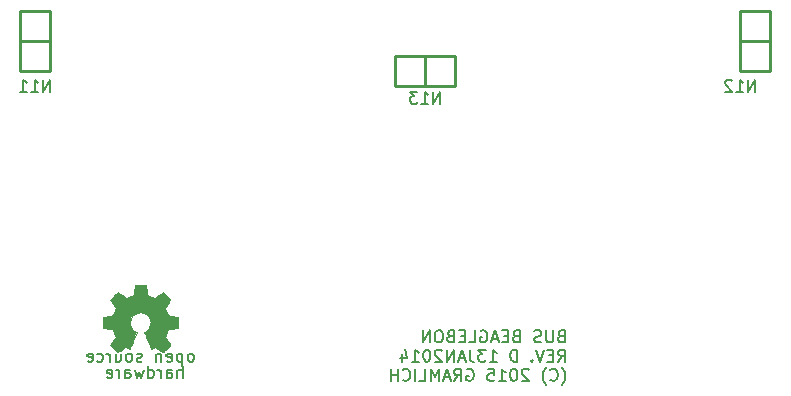
<source format=gbo>
%FSLAX36Y36*%
G04 Gerber Fmt 3.6, Leading zero omitted, Abs format (unit inch)*
G04 Created by KiCad (PCBNEW (2014-jul-16 BZR unknown)-product) date Tue 13 Jan 2015 02:58:16 PM PST*
%MOIN*%
G01*
G04 APERTURE LIST*
%ADD10C,0.003937*%
%ADD11C,0.008000*%
%ADD12C,0.000100*%
%ADD13C,0.010000*%
G04 APERTURE END LIST*
D10*
D11*
X5777143Y-5083143D02*
X5771429Y-5085048D01*
X5769524Y-5086952D01*
X5767619Y-5090762D01*
X5767619Y-5096476D01*
X5769524Y-5100286D01*
X5771429Y-5102190D01*
X5775238Y-5104095D01*
X5790476Y-5104095D01*
X5790476Y-5064095D01*
X5777143Y-5064095D01*
X5773333Y-5066000D01*
X5771429Y-5067905D01*
X5769524Y-5071714D01*
X5769524Y-5075524D01*
X5771429Y-5079333D01*
X5773333Y-5081238D01*
X5777143Y-5083143D01*
X5790476Y-5083143D01*
X5750476Y-5064095D02*
X5750476Y-5096476D01*
X5748571Y-5100286D01*
X5746667Y-5102190D01*
X5742857Y-5104095D01*
X5735238Y-5104095D01*
X5731429Y-5102190D01*
X5729524Y-5100286D01*
X5727619Y-5096476D01*
X5727619Y-5064095D01*
X5710476Y-5102190D02*
X5704762Y-5104095D01*
X5695238Y-5104095D01*
X5691429Y-5102190D01*
X5689524Y-5100286D01*
X5687619Y-5096476D01*
X5687619Y-5092667D01*
X5689524Y-5088857D01*
X5691429Y-5086952D01*
X5695238Y-5085048D01*
X5702857Y-5083143D01*
X5706667Y-5081238D01*
X5708571Y-5079333D01*
X5710476Y-5075524D01*
X5710476Y-5071714D01*
X5708571Y-5067905D01*
X5706667Y-5066000D01*
X5702857Y-5064095D01*
X5693333Y-5064095D01*
X5687619Y-5066000D01*
X5626667Y-5083143D02*
X5620952Y-5085048D01*
X5619048Y-5086952D01*
X5617143Y-5090762D01*
X5617143Y-5096476D01*
X5619048Y-5100286D01*
X5620952Y-5102190D01*
X5624762Y-5104095D01*
X5640000Y-5104095D01*
X5640000Y-5064095D01*
X5626667Y-5064095D01*
X5622857Y-5066000D01*
X5620952Y-5067905D01*
X5619048Y-5071714D01*
X5619048Y-5075524D01*
X5620952Y-5079333D01*
X5622857Y-5081238D01*
X5626667Y-5083143D01*
X5640000Y-5083143D01*
X5600000Y-5083143D02*
X5586667Y-5083143D01*
X5580952Y-5104095D02*
X5600000Y-5104095D01*
X5600000Y-5064095D01*
X5580952Y-5064095D01*
X5565714Y-5092667D02*
X5546667Y-5092667D01*
X5569524Y-5104095D02*
X5556190Y-5064095D01*
X5542857Y-5104095D01*
X5508571Y-5066000D02*
X5512381Y-5064095D01*
X5518095Y-5064095D01*
X5523810Y-5066000D01*
X5527619Y-5069810D01*
X5529524Y-5073619D01*
X5531429Y-5081238D01*
X5531429Y-5086952D01*
X5529524Y-5094571D01*
X5527619Y-5098381D01*
X5523810Y-5102190D01*
X5518095Y-5104095D01*
X5514286Y-5104095D01*
X5508571Y-5102190D01*
X5506667Y-5100286D01*
X5506667Y-5086952D01*
X5514286Y-5086952D01*
X5470476Y-5104095D02*
X5489524Y-5104095D01*
X5489524Y-5064095D01*
X5457143Y-5083143D02*
X5443810Y-5083143D01*
X5438095Y-5104095D02*
X5457143Y-5104095D01*
X5457143Y-5064095D01*
X5438095Y-5064095D01*
X5407619Y-5083143D02*
X5401905Y-5085048D01*
X5400000Y-5086952D01*
X5398095Y-5090762D01*
X5398095Y-5096476D01*
X5400000Y-5100286D01*
X5401905Y-5102190D01*
X5405714Y-5104095D01*
X5420952Y-5104095D01*
X5420952Y-5064095D01*
X5407619Y-5064095D01*
X5403810Y-5066000D01*
X5401905Y-5067905D01*
X5400000Y-5071714D01*
X5400000Y-5075524D01*
X5401905Y-5079333D01*
X5403810Y-5081238D01*
X5407619Y-5083143D01*
X5420952Y-5083143D01*
X5373333Y-5064095D02*
X5365714Y-5064095D01*
X5361905Y-5066000D01*
X5358095Y-5069810D01*
X5356191Y-5077429D01*
X5356191Y-5090762D01*
X5358095Y-5098381D01*
X5361905Y-5102190D01*
X5365714Y-5104095D01*
X5373333Y-5104095D01*
X5377143Y-5102190D01*
X5380952Y-5098381D01*
X5382857Y-5090762D01*
X5382857Y-5077429D01*
X5380952Y-5069810D01*
X5377143Y-5066000D01*
X5373333Y-5064095D01*
X5339048Y-5104095D02*
X5339048Y-5064095D01*
X5316191Y-5104095D01*
X5316191Y-5064095D01*
X5767619Y-5168095D02*
X5780952Y-5149048D01*
X5790476Y-5168095D02*
X5790476Y-5128095D01*
X5775238Y-5128095D01*
X5771429Y-5130000D01*
X5769524Y-5131905D01*
X5767619Y-5135714D01*
X5767619Y-5141429D01*
X5769524Y-5145238D01*
X5771429Y-5147143D01*
X5775238Y-5149048D01*
X5790476Y-5149048D01*
X5750476Y-5147143D02*
X5737143Y-5147143D01*
X5731429Y-5168095D02*
X5750476Y-5168095D01*
X5750476Y-5128095D01*
X5731429Y-5128095D01*
X5720000Y-5128095D02*
X5706667Y-5168095D01*
X5693333Y-5128095D01*
X5680000Y-5164286D02*
X5678095Y-5166190D01*
X5680000Y-5168095D01*
X5681905Y-5166190D01*
X5680000Y-5164286D01*
X5680000Y-5168095D01*
X5630476Y-5168095D02*
X5630476Y-5128095D01*
X5620952Y-5128095D01*
X5615238Y-5130000D01*
X5611429Y-5133810D01*
X5609524Y-5137619D01*
X5607619Y-5145238D01*
X5607619Y-5150952D01*
X5609524Y-5158571D01*
X5611429Y-5162381D01*
X5615238Y-5166190D01*
X5620952Y-5168095D01*
X5630476Y-5168095D01*
X5539048Y-5168095D02*
X5561905Y-5168095D01*
X5550476Y-5168095D02*
X5550476Y-5128095D01*
X5554286Y-5133810D01*
X5558095Y-5137619D01*
X5561905Y-5139524D01*
X5525714Y-5128095D02*
X5500952Y-5128095D01*
X5514286Y-5143333D01*
X5508571Y-5143333D01*
X5504762Y-5145238D01*
X5502857Y-5147143D01*
X5500952Y-5150952D01*
X5500952Y-5160476D01*
X5502857Y-5164286D01*
X5504762Y-5166190D01*
X5508571Y-5168095D01*
X5520000Y-5168095D01*
X5523810Y-5166190D01*
X5525714Y-5164286D01*
X5472381Y-5128095D02*
X5472381Y-5156667D01*
X5474286Y-5162381D01*
X5478095Y-5166190D01*
X5483810Y-5168095D01*
X5487619Y-5168095D01*
X5455238Y-5156667D02*
X5436191Y-5156667D01*
X5459048Y-5168095D02*
X5445714Y-5128095D01*
X5432381Y-5168095D01*
X5419048Y-5168095D02*
X5419048Y-5128095D01*
X5396191Y-5168095D01*
X5396191Y-5128095D01*
X5379048Y-5131905D02*
X5377143Y-5130000D01*
X5373333Y-5128095D01*
X5363810Y-5128095D01*
X5360000Y-5130000D01*
X5358095Y-5131905D01*
X5356191Y-5135714D01*
X5356191Y-5139524D01*
X5358095Y-5145238D01*
X5380952Y-5168095D01*
X5356191Y-5168095D01*
X5331429Y-5128095D02*
X5327619Y-5128095D01*
X5323810Y-5130000D01*
X5321905Y-5131905D01*
X5320000Y-5135714D01*
X5318095Y-5143333D01*
X5318095Y-5152857D01*
X5320000Y-5160476D01*
X5321905Y-5164286D01*
X5323810Y-5166190D01*
X5327619Y-5168095D01*
X5331429Y-5168095D01*
X5335238Y-5166190D01*
X5337143Y-5164286D01*
X5339048Y-5160476D01*
X5340952Y-5152857D01*
X5340952Y-5143333D01*
X5339048Y-5135714D01*
X5337143Y-5131905D01*
X5335238Y-5130000D01*
X5331429Y-5128095D01*
X5280000Y-5168095D02*
X5302857Y-5168095D01*
X5291429Y-5168095D02*
X5291429Y-5128095D01*
X5295238Y-5133810D01*
X5299048Y-5137619D01*
X5302857Y-5139524D01*
X5245714Y-5141429D02*
X5245714Y-5168095D01*
X5255238Y-5126190D02*
X5264762Y-5154762D01*
X5240000Y-5154762D01*
X5779048Y-5247333D02*
X5780952Y-5245429D01*
X5784762Y-5239714D01*
X5786667Y-5235905D01*
X5788571Y-5230190D01*
X5790476Y-5220667D01*
X5790476Y-5213048D01*
X5788571Y-5203524D01*
X5786667Y-5197810D01*
X5784762Y-5194000D01*
X5780952Y-5188286D01*
X5779048Y-5186381D01*
X5740952Y-5228286D02*
X5742857Y-5230190D01*
X5748571Y-5232095D01*
X5752381Y-5232095D01*
X5758095Y-5230190D01*
X5761905Y-5226381D01*
X5763810Y-5222571D01*
X5765714Y-5214952D01*
X5765714Y-5209238D01*
X5763810Y-5201619D01*
X5761905Y-5197810D01*
X5758095Y-5194000D01*
X5752381Y-5192095D01*
X5748571Y-5192095D01*
X5742857Y-5194000D01*
X5740952Y-5195905D01*
X5727619Y-5247333D02*
X5725714Y-5245429D01*
X5721905Y-5239714D01*
X5720000Y-5235905D01*
X5718095Y-5230190D01*
X5716190Y-5220667D01*
X5716190Y-5213048D01*
X5718095Y-5203524D01*
X5720000Y-5197810D01*
X5721905Y-5194000D01*
X5725714Y-5188286D01*
X5727619Y-5186381D01*
X5668571Y-5195905D02*
X5666667Y-5194000D01*
X5662857Y-5192095D01*
X5653333Y-5192095D01*
X5649524Y-5194000D01*
X5647619Y-5195905D01*
X5645714Y-5199714D01*
X5645714Y-5203524D01*
X5647619Y-5209238D01*
X5670476Y-5232095D01*
X5645714Y-5232095D01*
X5620952Y-5192095D02*
X5617143Y-5192095D01*
X5613333Y-5194000D01*
X5611429Y-5195905D01*
X5609524Y-5199714D01*
X5607619Y-5207333D01*
X5607619Y-5216857D01*
X5609524Y-5224476D01*
X5611429Y-5228286D01*
X5613333Y-5230190D01*
X5617143Y-5232095D01*
X5620952Y-5232095D01*
X5624762Y-5230190D01*
X5626667Y-5228286D01*
X5628571Y-5224476D01*
X5630476Y-5216857D01*
X5630476Y-5207333D01*
X5628571Y-5199714D01*
X5626667Y-5195905D01*
X5624762Y-5194000D01*
X5620952Y-5192095D01*
X5569524Y-5232095D02*
X5592381Y-5232095D01*
X5580952Y-5232095D02*
X5580952Y-5192095D01*
X5584762Y-5197810D01*
X5588571Y-5201619D01*
X5592381Y-5203524D01*
X5533333Y-5192095D02*
X5552381Y-5192095D01*
X5554286Y-5211143D01*
X5552381Y-5209238D01*
X5548571Y-5207333D01*
X5539048Y-5207333D01*
X5535238Y-5209238D01*
X5533333Y-5211143D01*
X5531429Y-5214952D01*
X5531429Y-5224476D01*
X5533333Y-5228286D01*
X5535238Y-5230190D01*
X5539048Y-5232095D01*
X5548571Y-5232095D01*
X5552381Y-5230190D01*
X5554286Y-5228286D01*
X5462857Y-5194000D02*
X5466667Y-5192095D01*
X5472381Y-5192095D01*
X5478095Y-5194000D01*
X5481905Y-5197810D01*
X5483810Y-5201619D01*
X5485714Y-5209238D01*
X5485714Y-5214952D01*
X5483810Y-5222571D01*
X5481905Y-5226381D01*
X5478095Y-5230190D01*
X5472381Y-5232095D01*
X5468571Y-5232095D01*
X5462857Y-5230190D01*
X5460952Y-5228286D01*
X5460952Y-5214952D01*
X5468571Y-5214952D01*
X5420952Y-5232095D02*
X5434286Y-5213048D01*
X5443810Y-5232095D02*
X5443810Y-5192095D01*
X5428571Y-5192095D01*
X5424762Y-5194000D01*
X5422857Y-5195905D01*
X5420952Y-5199714D01*
X5420952Y-5205429D01*
X5422857Y-5209238D01*
X5424762Y-5211143D01*
X5428571Y-5213048D01*
X5443810Y-5213048D01*
X5405714Y-5220667D02*
X5386667Y-5220667D01*
X5409524Y-5232095D02*
X5396191Y-5192095D01*
X5382857Y-5232095D01*
X5369524Y-5232095D02*
X5369524Y-5192095D01*
X5356191Y-5220667D01*
X5342857Y-5192095D01*
X5342857Y-5232095D01*
X5304762Y-5232095D02*
X5323810Y-5232095D01*
X5323810Y-5192095D01*
X5291429Y-5232095D02*
X5291429Y-5192095D01*
X5249524Y-5228286D02*
X5251429Y-5230190D01*
X5257143Y-5232095D01*
X5260952Y-5232095D01*
X5266667Y-5230190D01*
X5270476Y-5226381D01*
X5272381Y-5222571D01*
X5274286Y-5214952D01*
X5274286Y-5209238D01*
X5272381Y-5201619D01*
X5270476Y-5197810D01*
X5266667Y-5194000D01*
X5260952Y-5192095D01*
X5257143Y-5192095D01*
X5251429Y-5194000D01*
X5249524Y-5195905D01*
X5232381Y-5232095D02*
X5232381Y-5192095D01*
X5232381Y-5211143D02*
X5209524Y-5211143D01*
X5209524Y-5232095D02*
X5209524Y-5192095D01*
X4515314Y-5221895D02*
X4515314Y-5181895D01*
X4498171Y-5221895D02*
X4498171Y-5200943D01*
X4500076Y-5197133D01*
X4503886Y-5195229D01*
X4509600Y-5195229D01*
X4513409Y-5197133D01*
X4515314Y-5199038D01*
X4461981Y-5221895D02*
X4461981Y-5200943D01*
X4463886Y-5197133D01*
X4467695Y-5195229D01*
X4475314Y-5195229D01*
X4479124Y-5197133D01*
X4461981Y-5219990D02*
X4465790Y-5221895D01*
X4475314Y-5221895D01*
X4479124Y-5219990D01*
X4481029Y-5216181D01*
X4481029Y-5212371D01*
X4479124Y-5208562D01*
X4475314Y-5206657D01*
X4465790Y-5206657D01*
X4461981Y-5204752D01*
X4442933Y-5221895D02*
X4442933Y-5195229D01*
X4442933Y-5202848D02*
X4441029Y-5199038D01*
X4439124Y-5197133D01*
X4435314Y-5195229D01*
X4431505Y-5195229D01*
X4401029Y-5221895D02*
X4401029Y-5181895D01*
X4401029Y-5219990D02*
X4404838Y-5221895D01*
X4412457Y-5221895D01*
X4416267Y-5219990D01*
X4418171Y-5218086D01*
X4420076Y-5214276D01*
X4420076Y-5202848D01*
X4418171Y-5199038D01*
X4416267Y-5197133D01*
X4412457Y-5195229D01*
X4404838Y-5195229D01*
X4401029Y-5197133D01*
X4385790Y-5195229D02*
X4378171Y-5221895D01*
X4370552Y-5202848D01*
X4362933Y-5221895D01*
X4355314Y-5195229D01*
X4322933Y-5221895D02*
X4322933Y-5200943D01*
X4324838Y-5197133D01*
X4328648Y-5195229D01*
X4336267Y-5195229D01*
X4340076Y-5197133D01*
X4322933Y-5219990D02*
X4326743Y-5221895D01*
X4336267Y-5221895D01*
X4340076Y-5219990D01*
X4341981Y-5216181D01*
X4341981Y-5212371D01*
X4340076Y-5208562D01*
X4336267Y-5206657D01*
X4326743Y-5206657D01*
X4322933Y-5204752D01*
X4303886Y-5221895D02*
X4303886Y-5195229D01*
X4303886Y-5202848D02*
X4301981Y-5199038D01*
X4300076Y-5197133D01*
X4296267Y-5195229D01*
X4292457Y-5195229D01*
X4263886Y-5219990D02*
X4267695Y-5221895D01*
X4275314Y-5221895D01*
X4279124Y-5219990D01*
X4281029Y-5216181D01*
X4281029Y-5200943D01*
X4279124Y-5197133D01*
X4275314Y-5195229D01*
X4267695Y-5195229D01*
X4263886Y-5197133D01*
X4261981Y-5200943D01*
X4261981Y-5204752D01*
X4281029Y-5208562D01*
X4545476Y-5168095D02*
X4549286Y-5166190D01*
X4551190Y-5164286D01*
X4553095Y-5160476D01*
X4553095Y-5149048D01*
X4551190Y-5145238D01*
X4549286Y-5143333D01*
X4545476Y-5141429D01*
X4539762Y-5141429D01*
X4535952Y-5143333D01*
X4534048Y-5145238D01*
X4532143Y-5149048D01*
X4532143Y-5160476D01*
X4534048Y-5164286D01*
X4535952Y-5166190D01*
X4539762Y-5168095D01*
X4545476Y-5168095D01*
X4515000Y-5141429D02*
X4515000Y-5181429D01*
X4515000Y-5143333D02*
X4511190Y-5141429D01*
X4503571Y-5141429D01*
X4499762Y-5143333D01*
X4497857Y-5145238D01*
X4495952Y-5149048D01*
X4495952Y-5160476D01*
X4497857Y-5164286D01*
X4499762Y-5166190D01*
X4503571Y-5168095D01*
X4511190Y-5168095D01*
X4515000Y-5166190D01*
X4463571Y-5166190D02*
X4467381Y-5168095D01*
X4475000Y-5168095D01*
X4478809Y-5166190D01*
X4480714Y-5162381D01*
X4480714Y-5147143D01*
X4478809Y-5143333D01*
X4475000Y-5141429D01*
X4467381Y-5141429D01*
X4463571Y-5143333D01*
X4461667Y-5147143D01*
X4461667Y-5150952D01*
X4480714Y-5154762D01*
X4444524Y-5141429D02*
X4444524Y-5168095D01*
X4444524Y-5145238D02*
X4442619Y-5143333D01*
X4438809Y-5141429D01*
X4433095Y-5141429D01*
X4429286Y-5143333D01*
X4427381Y-5147143D01*
X4427381Y-5168095D01*
X4379762Y-5166190D02*
X4375952Y-5168095D01*
X4368333Y-5168095D01*
X4364524Y-5166190D01*
X4362619Y-5162381D01*
X4362619Y-5160476D01*
X4364524Y-5156667D01*
X4368333Y-5154762D01*
X4374048Y-5154762D01*
X4377857Y-5152857D01*
X4379762Y-5149048D01*
X4379762Y-5147143D01*
X4377857Y-5143333D01*
X4374048Y-5141429D01*
X4368333Y-5141429D01*
X4364524Y-5143333D01*
X4339762Y-5168095D02*
X4343571Y-5166190D01*
X4345476Y-5164286D01*
X4347381Y-5160476D01*
X4347381Y-5149048D01*
X4345476Y-5145238D01*
X4343571Y-5143333D01*
X4339762Y-5141429D01*
X4334048Y-5141429D01*
X4330238Y-5143333D01*
X4328333Y-5145238D01*
X4326429Y-5149048D01*
X4326429Y-5160476D01*
X4328333Y-5164286D01*
X4330238Y-5166190D01*
X4334048Y-5168095D01*
X4339762Y-5168095D01*
X4292143Y-5141429D02*
X4292143Y-5168095D01*
X4309286Y-5141429D02*
X4309286Y-5162381D01*
X4307381Y-5166190D01*
X4303571Y-5168095D01*
X4297857Y-5168095D01*
X4294048Y-5166190D01*
X4292143Y-5164286D01*
X4273095Y-5168095D02*
X4273095Y-5141429D01*
X4273095Y-5149048D02*
X4271190Y-5145238D01*
X4269286Y-5143333D01*
X4265476Y-5141429D01*
X4261667Y-5141429D01*
X4231191Y-5166190D02*
X4235000Y-5168095D01*
X4242619Y-5168095D01*
X4246429Y-5166190D01*
X4248333Y-5164286D01*
X4250238Y-5160476D01*
X4250238Y-5149048D01*
X4248333Y-5145238D01*
X4246429Y-5143333D01*
X4242619Y-5141429D01*
X4235000Y-5141429D01*
X4231191Y-5143333D01*
X4198810Y-5166190D02*
X4202619Y-5168095D01*
X4210238Y-5168095D01*
X4214048Y-5166190D01*
X4215952Y-5162381D01*
X4215952Y-5147143D01*
X4214048Y-5143333D01*
X4210238Y-5141429D01*
X4202619Y-5141429D01*
X4198810Y-5143333D01*
X4196905Y-5147143D01*
X4196905Y-5150952D01*
X4215952Y-5154762D01*
D12*
G36*
X4450800Y-5137300D02*
X4449400Y-5136600D01*
X4446500Y-5134700D01*
X4442300Y-5132000D01*
X4437400Y-5128700D01*
X4432500Y-5125300D01*
X4428400Y-5122600D01*
X4425500Y-5120800D01*
X4424300Y-5120100D01*
X4423700Y-5120400D01*
X4421300Y-5121500D01*
X4417900Y-5123300D01*
X4416000Y-5124300D01*
X4412800Y-5125700D01*
X4411300Y-5125900D01*
X4411000Y-5125500D01*
X4409900Y-5123100D01*
X4408100Y-5119000D01*
X4405700Y-5113600D01*
X4403000Y-5107200D01*
X4400100Y-5100400D01*
X4397200Y-5093400D01*
X4394400Y-5086800D01*
X4392000Y-5080800D01*
X4390000Y-5075900D01*
X4388700Y-5072500D01*
X4388300Y-5071100D01*
X4388400Y-5070800D01*
X4390000Y-5069200D01*
X4392700Y-5067200D01*
X4398600Y-5062400D01*
X4404500Y-5055100D01*
X4408000Y-5046800D01*
X4409200Y-5037600D01*
X4408200Y-5029100D01*
X4404800Y-5020900D01*
X4399100Y-5013600D01*
X4392200Y-5008100D01*
X4384100Y-5004600D01*
X4375000Y-5003500D01*
X4366300Y-5004500D01*
X4357900Y-5007800D01*
X4350600Y-5013400D01*
X4347500Y-5017000D01*
X4343200Y-5024500D01*
X4340700Y-5032400D01*
X4340500Y-5034500D01*
X4340800Y-5043200D01*
X4343400Y-5051600D01*
X4348100Y-5059200D01*
X4354500Y-5065300D01*
X4355300Y-5065900D01*
X4358300Y-5068100D01*
X4360300Y-5069700D01*
X4361800Y-5071000D01*
X4350700Y-5097900D01*
X4348900Y-5102200D01*
X4345800Y-5109500D01*
X4343100Y-5115800D01*
X4341000Y-5120900D01*
X4339500Y-5124300D01*
X4338800Y-5125600D01*
X4338700Y-5125700D01*
X4337800Y-5125900D01*
X4335700Y-5125100D01*
X4332000Y-5123300D01*
X4329500Y-5122000D01*
X4326600Y-5120600D01*
X4325300Y-5120100D01*
X4324200Y-5120700D01*
X4321500Y-5122500D01*
X4317500Y-5125200D01*
X4312700Y-5128400D01*
X4308100Y-5131600D01*
X4303900Y-5134300D01*
X4300800Y-5136300D01*
X4299300Y-5137100D01*
X4299100Y-5137100D01*
X4297700Y-5136400D01*
X4295300Y-5134300D01*
X4291700Y-5130900D01*
X4286500Y-5125800D01*
X4285700Y-5125000D01*
X4281400Y-5120600D01*
X4278000Y-5117000D01*
X4275600Y-5114400D01*
X4274800Y-5113200D01*
X4274800Y-5113200D01*
X4275600Y-5111800D01*
X4277500Y-5108700D01*
X4280300Y-5104400D01*
X4283700Y-5099400D01*
X4292600Y-5086500D01*
X4287700Y-5074300D01*
X4286200Y-5070500D01*
X4284300Y-5066000D01*
X4282900Y-5062800D01*
X4282200Y-5061300D01*
X4280800Y-5060900D01*
X4277500Y-5060100D01*
X4272700Y-5059100D01*
X4266900Y-5058000D01*
X4261400Y-5057000D01*
X4256400Y-5056000D01*
X4252800Y-5055300D01*
X4251200Y-5055000D01*
X4250800Y-5054800D01*
X4250500Y-5054000D01*
X4250200Y-5052300D01*
X4250100Y-5049300D01*
X4250100Y-5044500D01*
X4250100Y-5037600D01*
X4250100Y-5036900D01*
X4250100Y-5030300D01*
X4250200Y-5025100D01*
X4250400Y-5021700D01*
X4250600Y-5020300D01*
X4250700Y-5020300D01*
X4252200Y-5019900D01*
X4255700Y-5019200D01*
X4260700Y-5018200D01*
X4266600Y-5017100D01*
X4267000Y-5017000D01*
X4272900Y-5015900D01*
X4277900Y-5014800D01*
X4281300Y-5014000D01*
X4282800Y-5013600D01*
X4283100Y-5013200D01*
X4284300Y-5010900D01*
X4286000Y-5007200D01*
X4288000Y-5002700D01*
X4289900Y-4998100D01*
X4291600Y-4993900D01*
X4292700Y-4990800D01*
X4293000Y-4989400D01*
X4293000Y-4989300D01*
X4292100Y-4987900D01*
X4290100Y-4984900D01*
X4287200Y-4980600D01*
X4283800Y-4975600D01*
X4283500Y-4975200D01*
X4280100Y-4970200D01*
X4277300Y-4966000D01*
X4275500Y-4963000D01*
X4274800Y-4961600D01*
X4274800Y-4961500D01*
X4275900Y-4960000D01*
X4278500Y-4957200D01*
X4282100Y-4953400D01*
X4286500Y-4949000D01*
X4287900Y-4947600D01*
X4292800Y-4942900D01*
X4296100Y-4939700D01*
X4298200Y-4938100D01*
X4299200Y-4937700D01*
X4299300Y-4937800D01*
X4300800Y-4938700D01*
X4303900Y-4940700D01*
X4308200Y-4943600D01*
X4313300Y-4947100D01*
X4313700Y-4947300D01*
X4318600Y-4950700D01*
X4322800Y-4953500D01*
X4325800Y-4955500D01*
X4327100Y-4956300D01*
X4327300Y-4956300D01*
X4329300Y-4955700D01*
X4332900Y-4954400D01*
X4337200Y-4952700D01*
X4341900Y-4950900D01*
X4346100Y-4949100D01*
X4349200Y-4947600D01*
X4350700Y-4946800D01*
X4350700Y-4946700D01*
X4351300Y-4944900D01*
X4352100Y-4941200D01*
X4353200Y-4936100D01*
X4354400Y-4929900D01*
X4354500Y-4929000D01*
X4355700Y-4923000D01*
X4356600Y-4918100D01*
X4357300Y-4914700D01*
X4357700Y-4913300D01*
X4358500Y-4913100D01*
X4361400Y-4912900D01*
X4365900Y-4912800D01*
X4371200Y-4912700D01*
X4376900Y-4912700D01*
X4382400Y-4912900D01*
X4387100Y-4913000D01*
X4390500Y-4913300D01*
X4391900Y-4913500D01*
X4391900Y-4913600D01*
X4392500Y-4915500D01*
X4393300Y-4919200D01*
X4394300Y-4924400D01*
X4395500Y-4930500D01*
X4395700Y-4931600D01*
X4396800Y-4937500D01*
X4397800Y-4942400D01*
X4398600Y-4945800D01*
X4398900Y-4947100D01*
X4399500Y-4947400D01*
X4401900Y-4948400D01*
X4405900Y-4950100D01*
X4410800Y-4952100D01*
X4422300Y-4956700D01*
X4436300Y-4947100D01*
X4437600Y-4946200D01*
X4442600Y-4942800D01*
X4446800Y-4940000D01*
X4449700Y-4938200D01*
X4450900Y-4937500D01*
X4451000Y-4937500D01*
X4452400Y-4938800D01*
X4455100Y-4941400D01*
X4458900Y-4945100D01*
X4463400Y-4949500D01*
X4466600Y-4952700D01*
X4470500Y-4956700D01*
X4472900Y-4959300D01*
X4474300Y-4961000D01*
X4474800Y-4962000D01*
X4474600Y-4962700D01*
X4473700Y-4964200D01*
X4471700Y-4967200D01*
X4468800Y-4971500D01*
X4465400Y-4976500D01*
X4462600Y-4980600D01*
X4459500Y-4985300D01*
X4457500Y-4988700D01*
X4456800Y-4990300D01*
X4457000Y-4991000D01*
X4458000Y-4993800D01*
X4459700Y-4997900D01*
X4461800Y-5002900D01*
X4466600Y-5014000D01*
X4473900Y-5015400D01*
X4478300Y-5016200D01*
X4484500Y-5017400D01*
X4490400Y-5018500D01*
X4499600Y-5020300D01*
X4500000Y-5054200D01*
X4498500Y-5054800D01*
X4497200Y-5055100D01*
X4493800Y-5055900D01*
X4488900Y-5056900D01*
X4483100Y-5057900D01*
X4478200Y-5058900D01*
X4473300Y-5059800D01*
X4469700Y-5060500D01*
X4468200Y-5060800D01*
X4467800Y-5061300D01*
X4466500Y-5063700D01*
X4464800Y-5067500D01*
X4462800Y-5072100D01*
X4460800Y-5076900D01*
X4459100Y-5081200D01*
X4457900Y-5084600D01*
X4457400Y-5086300D01*
X4458100Y-5087600D01*
X4460000Y-5090500D01*
X4462700Y-5094600D01*
X4466100Y-5099500D01*
X4469400Y-5104400D01*
X4472200Y-5108600D01*
X4474200Y-5111700D01*
X4475000Y-5113000D01*
X4474600Y-5114000D01*
X4472700Y-5116300D01*
X4469000Y-5120200D01*
X4463500Y-5125600D01*
X4462600Y-5126500D01*
X4458200Y-5130700D01*
X4454500Y-5134100D01*
X4451900Y-5136400D01*
X4450800Y-5137300D01*
X4450800Y-5137300D01*
G37*
X4450800Y-5137300D02*
X4449400Y-5136600D01*
X4446500Y-5134700D01*
X4442300Y-5132000D01*
X4437400Y-5128700D01*
X4432500Y-5125300D01*
X4428400Y-5122600D01*
X4425500Y-5120800D01*
X4424300Y-5120100D01*
X4423700Y-5120400D01*
X4421300Y-5121500D01*
X4417900Y-5123300D01*
X4416000Y-5124300D01*
X4412800Y-5125700D01*
X4411300Y-5125900D01*
X4411000Y-5125500D01*
X4409900Y-5123100D01*
X4408100Y-5119000D01*
X4405700Y-5113600D01*
X4403000Y-5107200D01*
X4400100Y-5100400D01*
X4397200Y-5093400D01*
X4394400Y-5086800D01*
X4392000Y-5080800D01*
X4390000Y-5075900D01*
X4388700Y-5072500D01*
X4388300Y-5071100D01*
X4388400Y-5070800D01*
X4390000Y-5069200D01*
X4392700Y-5067200D01*
X4398600Y-5062400D01*
X4404500Y-5055100D01*
X4408000Y-5046800D01*
X4409200Y-5037600D01*
X4408200Y-5029100D01*
X4404800Y-5020900D01*
X4399100Y-5013600D01*
X4392200Y-5008100D01*
X4384100Y-5004600D01*
X4375000Y-5003500D01*
X4366300Y-5004500D01*
X4357900Y-5007800D01*
X4350600Y-5013400D01*
X4347500Y-5017000D01*
X4343200Y-5024500D01*
X4340700Y-5032400D01*
X4340500Y-5034500D01*
X4340800Y-5043200D01*
X4343400Y-5051600D01*
X4348100Y-5059200D01*
X4354500Y-5065300D01*
X4355300Y-5065900D01*
X4358300Y-5068100D01*
X4360300Y-5069700D01*
X4361800Y-5071000D01*
X4350700Y-5097900D01*
X4348900Y-5102200D01*
X4345800Y-5109500D01*
X4343100Y-5115800D01*
X4341000Y-5120900D01*
X4339500Y-5124300D01*
X4338800Y-5125600D01*
X4338700Y-5125700D01*
X4337800Y-5125900D01*
X4335700Y-5125100D01*
X4332000Y-5123300D01*
X4329500Y-5122000D01*
X4326600Y-5120600D01*
X4325300Y-5120100D01*
X4324200Y-5120700D01*
X4321500Y-5122500D01*
X4317500Y-5125200D01*
X4312700Y-5128400D01*
X4308100Y-5131600D01*
X4303900Y-5134300D01*
X4300800Y-5136300D01*
X4299300Y-5137100D01*
X4299100Y-5137100D01*
X4297700Y-5136400D01*
X4295300Y-5134300D01*
X4291700Y-5130900D01*
X4286500Y-5125800D01*
X4285700Y-5125000D01*
X4281400Y-5120600D01*
X4278000Y-5117000D01*
X4275600Y-5114400D01*
X4274800Y-5113200D01*
X4274800Y-5113200D01*
X4275600Y-5111800D01*
X4277500Y-5108700D01*
X4280300Y-5104400D01*
X4283700Y-5099400D01*
X4292600Y-5086500D01*
X4287700Y-5074300D01*
X4286200Y-5070500D01*
X4284300Y-5066000D01*
X4282900Y-5062800D01*
X4282200Y-5061300D01*
X4280800Y-5060900D01*
X4277500Y-5060100D01*
X4272700Y-5059100D01*
X4266900Y-5058000D01*
X4261400Y-5057000D01*
X4256400Y-5056000D01*
X4252800Y-5055300D01*
X4251200Y-5055000D01*
X4250800Y-5054800D01*
X4250500Y-5054000D01*
X4250200Y-5052300D01*
X4250100Y-5049300D01*
X4250100Y-5044500D01*
X4250100Y-5037600D01*
X4250100Y-5036900D01*
X4250100Y-5030300D01*
X4250200Y-5025100D01*
X4250400Y-5021700D01*
X4250600Y-5020300D01*
X4250700Y-5020300D01*
X4252200Y-5019900D01*
X4255700Y-5019200D01*
X4260700Y-5018200D01*
X4266600Y-5017100D01*
X4267000Y-5017000D01*
X4272900Y-5015900D01*
X4277900Y-5014800D01*
X4281300Y-5014000D01*
X4282800Y-5013600D01*
X4283100Y-5013200D01*
X4284300Y-5010900D01*
X4286000Y-5007200D01*
X4288000Y-5002700D01*
X4289900Y-4998100D01*
X4291600Y-4993900D01*
X4292700Y-4990800D01*
X4293000Y-4989400D01*
X4293000Y-4989300D01*
X4292100Y-4987900D01*
X4290100Y-4984900D01*
X4287200Y-4980600D01*
X4283800Y-4975600D01*
X4283500Y-4975200D01*
X4280100Y-4970200D01*
X4277300Y-4966000D01*
X4275500Y-4963000D01*
X4274800Y-4961600D01*
X4274800Y-4961500D01*
X4275900Y-4960000D01*
X4278500Y-4957200D01*
X4282100Y-4953400D01*
X4286500Y-4949000D01*
X4287900Y-4947600D01*
X4292800Y-4942900D01*
X4296100Y-4939700D01*
X4298200Y-4938100D01*
X4299200Y-4937700D01*
X4299300Y-4937800D01*
X4300800Y-4938700D01*
X4303900Y-4940700D01*
X4308200Y-4943600D01*
X4313300Y-4947100D01*
X4313700Y-4947300D01*
X4318600Y-4950700D01*
X4322800Y-4953500D01*
X4325800Y-4955500D01*
X4327100Y-4956300D01*
X4327300Y-4956300D01*
X4329300Y-4955700D01*
X4332900Y-4954400D01*
X4337200Y-4952700D01*
X4341900Y-4950900D01*
X4346100Y-4949100D01*
X4349200Y-4947600D01*
X4350700Y-4946800D01*
X4350700Y-4946700D01*
X4351300Y-4944900D01*
X4352100Y-4941200D01*
X4353200Y-4936100D01*
X4354400Y-4929900D01*
X4354500Y-4929000D01*
X4355700Y-4923000D01*
X4356600Y-4918100D01*
X4357300Y-4914700D01*
X4357700Y-4913300D01*
X4358500Y-4913100D01*
X4361400Y-4912900D01*
X4365900Y-4912800D01*
X4371200Y-4912700D01*
X4376900Y-4912700D01*
X4382400Y-4912900D01*
X4387100Y-4913000D01*
X4390500Y-4913300D01*
X4391900Y-4913500D01*
X4391900Y-4913600D01*
X4392500Y-4915500D01*
X4393300Y-4919200D01*
X4394300Y-4924400D01*
X4395500Y-4930500D01*
X4395700Y-4931600D01*
X4396800Y-4937500D01*
X4397800Y-4942400D01*
X4398600Y-4945800D01*
X4398900Y-4947100D01*
X4399500Y-4947400D01*
X4401900Y-4948400D01*
X4405900Y-4950100D01*
X4410800Y-4952100D01*
X4422300Y-4956700D01*
X4436300Y-4947100D01*
X4437600Y-4946200D01*
X4442600Y-4942800D01*
X4446800Y-4940000D01*
X4449700Y-4938200D01*
X4450900Y-4937500D01*
X4451000Y-4937500D01*
X4452400Y-4938800D01*
X4455100Y-4941400D01*
X4458900Y-4945100D01*
X4463400Y-4949500D01*
X4466600Y-4952700D01*
X4470500Y-4956700D01*
X4472900Y-4959300D01*
X4474300Y-4961000D01*
X4474800Y-4962000D01*
X4474600Y-4962700D01*
X4473700Y-4964200D01*
X4471700Y-4967200D01*
X4468800Y-4971500D01*
X4465400Y-4976500D01*
X4462600Y-4980600D01*
X4459500Y-4985300D01*
X4457500Y-4988700D01*
X4456800Y-4990300D01*
X4457000Y-4991000D01*
X4458000Y-4993800D01*
X4459700Y-4997900D01*
X4461800Y-5002900D01*
X4466600Y-5014000D01*
X4473900Y-5015400D01*
X4478300Y-5016200D01*
X4484500Y-5017400D01*
X4490400Y-5018500D01*
X4499600Y-5020300D01*
X4500000Y-5054200D01*
X4498500Y-5054800D01*
X4497200Y-5055100D01*
X4493800Y-5055900D01*
X4488900Y-5056900D01*
X4483100Y-5057900D01*
X4478200Y-5058900D01*
X4473300Y-5059800D01*
X4469700Y-5060500D01*
X4468200Y-5060800D01*
X4467800Y-5061300D01*
X4466500Y-5063700D01*
X4464800Y-5067500D01*
X4462800Y-5072100D01*
X4460800Y-5076900D01*
X4459100Y-5081200D01*
X4457900Y-5084600D01*
X4457400Y-5086300D01*
X4458100Y-5087600D01*
X4460000Y-5090500D01*
X4462700Y-5094600D01*
X4466100Y-5099500D01*
X4469400Y-5104400D01*
X4472200Y-5108600D01*
X4474200Y-5111700D01*
X4475000Y-5113000D01*
X4474600Y-5114000D01*
X4472700Y-5116300D01*
X4469000Y-5120200D01*
X4463500Y-5125600D01*
X4462600Y-5126500D01*
X4458200Y-5130700D01*
X4454500Y-5134100D01*
X4451900Y-5136400D01*
X4450800Y-5137300D01*
D13*
X4075000Y-4100000D02*
X3975000Y-4100000D01*
X4075000Y-4200000D02*
X3975000Y-4200000D01*
X3975000Y-4200000D02*
X3975000Y-4100000D01*
X3975000Y-4100000D02*
X3975000Y-4000000D01*
X3975000Y-4000000D02*
X4075000Y-4000000D01*
X4075000Y-4000000D02*
X4075000Y-4200000D01*
X6475000Y-4100000D02*
X6375000Y-4100000D01*
X6475000Y-4200000D02*
X6375000Y-4200000D01*
X6375000Y-4200000D02*
X6375000Y-4100000D01*
X6375000Y-4100000D02*
X6375000Y-4000000D01*
X6375000Y-4000000D02*
X6475000Y-4000000D01*
X6475000Y-4000000D02*
X6475000Y-4200000D01*
X5325000Y-4250000D02*
X5325000Y-4150000D01*
X5225000Y-4250000D02*
X5225000Y-4150000D01*
X5225000Y-4150000D02*
X5325000Y-4150000D01*
X5325000Y-4150000D02*
X5425000Y-4150000D01*
X5425000Y-4150000D02*
X5425000Y-4250000D01*
X5425000Y-4250000D02*
X5225000Y-4250000D01*
D11*
X4074524Y-4268095D02*
X4074524Y-4228095D01*
X4051667Y-4268095D01*
X4051667Y-4228095D01*
X4011667Y-4268095D02*
X4034524Y-4268095D01*
X4023095Y-4268095D02*
X4023095Y-4228095D01*
X4026905Y-4233810D01*
X4030714Y-4237619D01*
X4034524Y-4239524D01*
X3973571Y-4268095D02*
X3996429Y-4268095D01*
X3985000Y-4268095D02*
X3985000Y-4228095D01*
X3988809Y-4233810D01*
X3992619Y-4237619D01*
X3996429Y-4239524D01*
X6424524Y-4268095D02*
X6424524Y-4228095D01*
X6401667Y-4268095D01*
X6401667Y-4228095D01*
X6361667Y-4268095D02*
X6384524Y-4268095D01*
X6373095Y-4268095D02*
X6373095Y-4228095D01*
X6376905Y-4233810D01*
X6380714Y-4237619D01*
X6384524Y-4239524D01*
X6346429Y-4231905D02*
X6344524Y-4230000D01*
X6340714Y-4228095D01*
X6331190Y-4228095D01*
X6327381Y-4230000D01*
X6325476Y-4231905D01*
X6323571Y-4235714D01*
X6323571Y-4239524D01*
X6325476Y-4245238D01*
X6348333Y-4268095D01*
X6323571Y-4268095D01*
X5374524Y-4308095D02*
X5374524Y-4268095D01*
X5351667Y-4308095D01*
X5351667Y-4268095D01*
X5311667Y-4308095D02*
X5334524Y-4308095D01*
X5323095Y-4308095D02*
X5323095Y-4268095D01*
X5326905Y-4273810D01*
X5330714Y-4277619D01*
X5334524Y-4279524D01*
X5298333Y-4268095D02*
X5273571Y-4268095D01*
X5286905Y-4283333D01*
X5281190Y-4283333D01*
X5277381Y-4285238D01*
X5275476Y-4287143D01*
X5273571Y-4290952D01*
X5273571Y-4300476D01*
X5275476Y-4304286D01*
X5277381Y-4306190D01*
X5281190Y-4308095D01*
X5292619Y-4308095D01*
X5296429Y-4306190D01*
X5298333Y-4304286D01*
M02*

</source>
